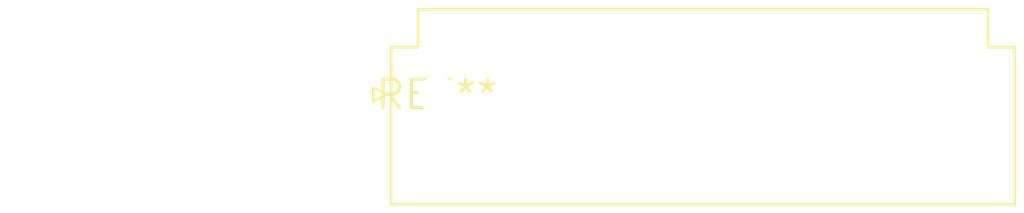
<source format=kicad_pcb>
(kicad_pcb (version 20240108) (generator pcbnew)
  (layers (0 "F.Cu" signal) (31 "B.Cu" signal) (34 "B.Paste" user) (35 "F.Paste" user) (36 "B.SilkS" user "B.Silkscreen") (37 "F.SilkS" user "F.Silkscreen") (38 "B.Mask" user) (39 "F.Mask" user) (44 "Edge.Cuts" user))
  (net 0 "")
  (footprint "JST_VH_B7P-VH_1x07_P3.96mm_Vertical" (layer "F.Cu") (at 0 0)
    (property "Reference" "REF**")
    (property "Value" "JST_VH_B7P-VH_1x07_P3.96mm_Vertical")
    (fp_line (start -2.86 -0.3) (end -2.26 0) (layer "F.SilkS") (stroke (width 0.12)))
    (fp_line (start -2.86 0.3) (end -2.86 -0.3) (layer "F.SilkS") (stroke (width 0.12)))
    (fp_line (start -2.26 0) (end -2.86 0.3) (layer "F.SilkS") (stroke (width 0.12)))
    (fp_line (start -2.06 -2.11) (end -0.86 -2.11) (layer "F.SilkS") (stroke (width 0.12)))
    (fp_line (start -2.06 4.91) (end -2.06 -2.11) (layer "F.SilkS") (stroke (width 0.12)))
    (fp_line (start -0.86 -3.81) (end 24.62 -3.81) (layer "F.SilkS") (stroke (width 0.12)))
    (fp_line (start -0.86 -2.11) (end -0.86 -3.81) (layer "F.SilkS") (stroke (width 0.12)))
    (fp_line (start 24.62 -3.81) (end 24.62 -2.11) (layer "F.SilkS") (stroke (width 0.12)))
    (fp_line (start 24.62 -2.11) (end 25.82 -2.11) (layer "F.SilkS") (stroke (width 0.12)))
    (fp_line (start 25.82 -2.11) (end 25.82 4.91) (layer "F.SilkS") (stroke (width 0.12)))
    (fp_line (start 25.82 4.91) (end -2.06 4.91) (layer "F.SilkS") (stroke (width 0.12)))
    (pad "1" thru_hole roundrect (at 0 0) (size 2.7 2.7) (drill 1.7) (layers *.Cu *.Mask) (remove_unused_layers) (roundrect_rratio 0.092593))
    (pad "2" thru_hole circle (at 3.96 0) (size 2.7 2.7) (drill 1.7) (layers *.Cu *.Mask) (remove_unused_layers))
    (pad "3" thru_hole circle (at 7.92 0) (size 2.7 2.7) (drill 1.7) (layers *.Cu *.Mask) (remove_unused_layers))
    (pad "4" thru_hole circle (at 11.88 0) (size 2.7 2.7) (drill 1.7) (layers *.Cu *.Mask) (remove_unused_layers))
    (pad "5" thru_hole circle (at 15.84 0) (size 2.7 2.7) (drill 1.7) (layers *.Cu *.Mask) (remove_unused_layers))
    (pad "6" thru_hole circle (at 19.8 0) (size 2.7 2.7) (drill 1.7) (layers *.Cu *.Mask) (remove_unused_layers))
    (pad "7" thru_hole circle (at 23.76 0) (size 2.7 2.7) (drill 1.7) (layers *.Cu *.Mask) (remove_unused_layers))
  )
)
</source>
